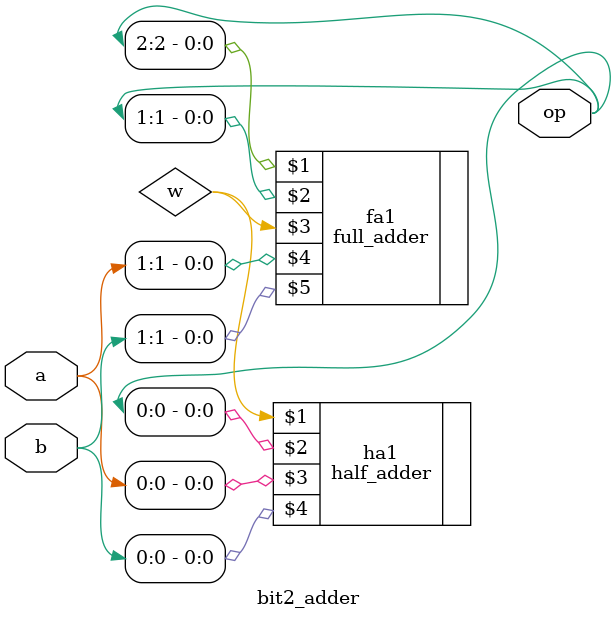
<source format=v>
module bit2_adder(
     output [2:0]op,
     input [1:0]a,b
     );
     
     wire w;
     
     half_adder ha1(w,op[0],a[0],b[0]);
     full_adder fa1(op[2],op[1],w,a[1],b[1]);
     
     
endmodule
</source>
